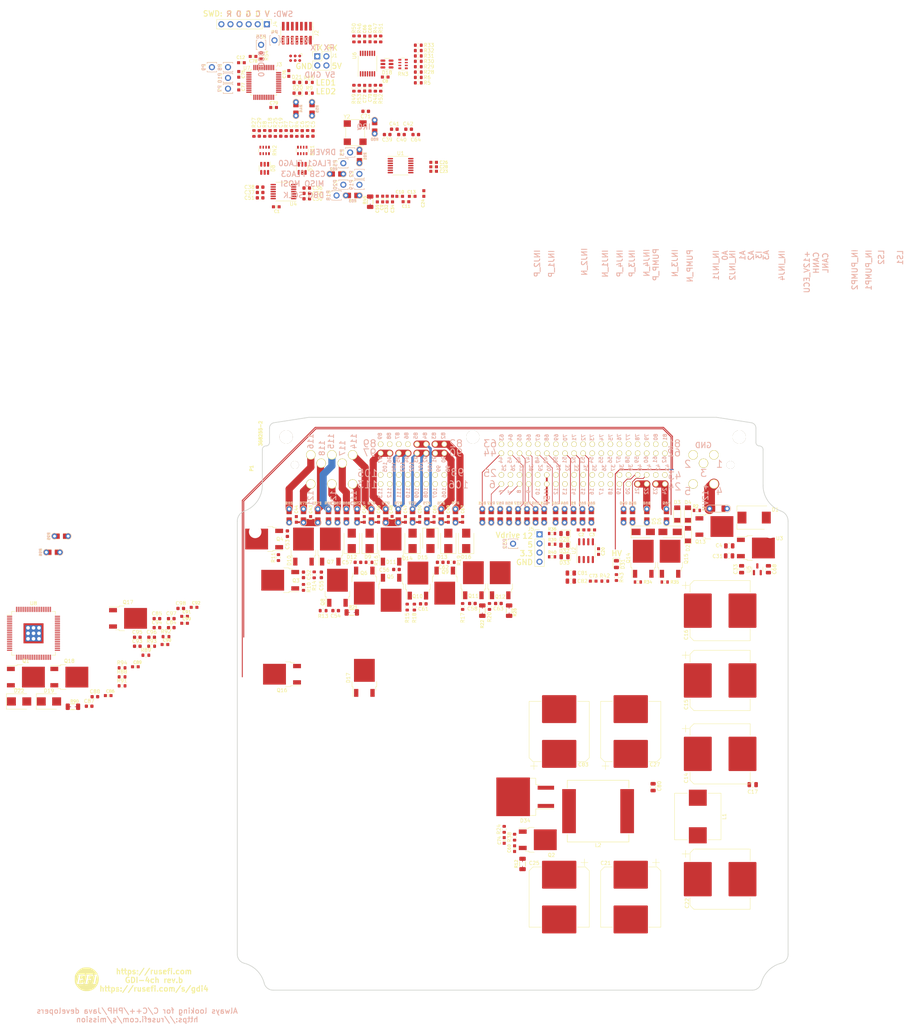
<source format=kicad_pcb>
(kicad_pcb (version 20211014) (generator pcbnew)
  (title_block (title "GDI 4ch") (date "2022-06-03") (rev "Rev. b") (company "http://rusefi.com/"))
  (layers (0 "F.Cu" signal) (1 "In1.Cu" power "GND") (2 "In2.Cu" power "PWR") (31 "B.Cu" signal) (34 "B.Paste" user) (35 "F.Paste" user) (36 "B.SilkS" user "B.Silkscreen") (37 "F.SilkS" user "F.Silkscreen") (38 "B.Mask" user) (39 "F.Mask" user) (44 "Edge.Cuts" user))
  (net 0 "")
  (net 1 "GND")
  (net 5 "/OUT_PUMP_N")
  (net 20 "/OUT_PUMP_P")
  (net 30 "+3V3")
  (net 82 "/CAN_H")
  (net 83 "/CAN_L")
  (net 84 "+BATT")
  (net 85 "/IN_INJ1")
  (net 86 "/IN_INJ2")
  (net 87 "/IN_INJ3")
  (net 88 "+5V")
  (net 89 "Net-(C32-Pad2)")
  (net 90 "Net-(C10-Pad2)")
  (net 91 "Net-(C11-Pad2)")
  (net 92 "Net-(C13-Pad2)")
  (net 93 "/IN_PUMP1")
  (net 94 "/IN_INJ4")
  (net 95 "/VCCP")
  (net 96 "Vdrive")
  (net 97 "/IN_PUMP2")
  (net 98 "Net-(C30-Pad2)")
  (net 99 "Net-(C35-Pad2)")
  (net 100 "Net-(C36-Pad2)")
  (net 101 "Net-(C37-Pad2)")
  (net 102 "Net-(C38-Pad2)")
  (net 103 "Net-(C39-Pad1)")
  (net 104 "Net-(C39-Pad2)")
  (net 105 "Net-(C40-Pad1)")
  (net 106 "Net-(C40-Pad2)")
  (net 107 "Net-(C41-Pad1)")
  (net 108 "/H1")
  (net 109 "Net-(C42-Pad1)")
  (net 110 "/H3")
  (net 111 "/L1")
  (net 112 "/L2")
  (net 113 "/L3")
  (net 114 "/L4")
  (net 115 "Net-(C51-Pad2)")
  (net 116 "Net-(C52-Pad2)")
  (net 117 "Net-(C53-Pad2)")
  (net 118 "Net-(C54-Pad2)")
  (net 119 "Net-(C55-Pad2)")
  (net 120 "Net-(C56-Pad2)")
  (net 121 "Net-(C57-Pad2)")
  (net 122 "Net-(C58-Pad2)")
  (net 123 "Net-(C59-Pad2)")
  (net 124 "Net-(C60-Pad2)")
  (net 125 "Net-(C61-Pad2)")
  (net 126 "/H5")
  (net 127 "Net-(C62-Pad2)")
  (net 128 "Net-(C63-Pad2)")
  (net 129 "Net-(C64-Pad1)")
  (net 130 "/L5")
  (net 131 "Net-(C73-Pad2)")
  (net 132 "Net-(C74-Pad2)")
  (net 133 "Net-(D1-Pad1)")
  (net 134 "Net-(D2-Pad2)")
  (net 135 "Net-(D3-Pad2)")
  (net 136 "Net-(D4-Pad2)")
  (net 137 "/OUT_LS1")
  (net 138 "/OUT_LS2")
  (net 141 "Net-(D20-Pad1)")
  (net 142 "Net-(D20-Pad2)")
  (net 143 "Net-(D21-Pad1)")
  (net 144 "/LED_GREEN")
  (net 145 "Net-(D28-Pad2)")
  (net 146 "Net-(D32-Pad2)")
  (net 147 "Net-(D33-Pad2)")
  (net 148 "Net-(P1-Pad4)")
  (net 149 "/UART_TX")
  (net 150 "/UART_RX")
  (net 153 "/SWDIO")
  (net 154 "/SWCLK")
  (net 155 "/SWO")
  (net 158 "/nRESET")
  (net 161 "Net-(P1-Pad6)")
  (net 162 "Net-(P1-Pad7)")
  (net 163 "Net-(P1-Pad8)")
  (net 164 "Net-(P1-Pad9)")
  (net 165 "Net-(P1-Pad21)")
  (net 166 "Net-(P1-Pad23)")
  (net 167 "Net-(P1-Pad40)")
  (net 168 "Net-(P1-Pad41)")
  (net 169 "Net-(P1-Pad44)")
  (net 170 "Net-(P1-Pad45)")
  (net 171 "Net-(P1-Pad46)")
  (net 172 "Net-(P1-Pad47)")
  (net 173 "Net-(P1-Pad48)")
  (net 174 "Net-(P1-Pad49)")
  (net 175 "Net-(P1-Pad51)")
  (net 176 "Net-(P1-Pad52)")
  (net 177 "Net-(P1-Pad53)")
  (net 178 "/OUT_INJ3_N")
  (net 179 "/OUT_INJ4_N")
  (net 180 "/OUT_INJ3_P")
  (net 181 "/OUT_INJ4_P")
  (net 182 "/OUT_INJ1_N")
  (net 183 "/H7")
  (net 184 "/L7")
  (net 185 "/IN_INJ5")
  (net 186 "/OUT_INJ1_P")
  (net 187 "/OUT_INJ2_N")
  (net 188 "/IN_INJ6")
  (net 189 "/OUT_INJ2_P")
  (net 190 "/CSB")
  (net 191 "/DRVEN")
  (net 192 "/RESETB")
  (net 193 "/FLAG_0")
  (net 194 "Net-(C87-Pad2)")
  (net 195 "Net-(P7-Pad1)")
  (net 196 "Net-(P8-Pad1)")
  (net 197 "Net-(P9-Pad1)")
  (net 198 "Net-(P10-Pad1)")
  (net 199 "Net-(C88-Pad2)")
  (net 200 "Net-(R44-Pad2)")
  (net 201 "Net-(R55-Pad2)")
  (net 202 "Net-(R80-Pad1)")
  (net 203 "/IRQ")
  (net 204 "Net-(R81-Pad1)")
  (net 205 "/FLAG_1")
  (net 206 "/SCLK")
  (net 207 "/MISO")
  (net 208 "/MOSI")
  (net 209 "Net-(R82-Pad1)")
  (net 210 "/FLAG_2")
  (net 211 "Net-(R83-Pad1)")
  (net 212 "/DBG")
  (net 213 "/L6")
  (net 214 "/LS1")
  (net 215 "/LS2")
  (net 216 "/IN_A0")
  (net 217 "Net-(R10-Pad1)")
  (net 218 "Net-(R11-Pad1)")
  (net 219 "Net-(R13-Pad1)")
  (net 220 "Net-(R14-Pad1)")
  (net 221 "Net-(R15-Pad1)")
  (net 222 "Net-(R16-Pad1)")
  (net 223 "Net-(R17-Pad1)")
  (net 224 "Net-(R18-Pad1)")
  (net 225 "Net-(R19-Pad1)")
  (net 226 "Net-(R20-Pad1)")
  (net 227 "Net-(R24-Pad2)")
  (net 228 "/IN_A1")
  (net 229 "/IN_A2")
  (net 230 "/IN_A3")
  (net 232 "/A0")
  (net 233 "Net-(R46-Pad2)")
  (net 234 "/A1")
  (net 235 "Net-(R47-Pad2)")
  (net 236 "/A2")
  (net 237 "Net-(R48-Pad2)")
  (net 238 "/A3")
  (net 239 "Net-(R49-Pad2)")
  (net 240 "/Boot0")
  (net 241 "Net-(C93-Pad1)")
  (net 242 "Net-(C93-Pad2)")
  (net 243 "Net-(C94-Pad2)")
  (net 244 "Net-(C95-Pad1)")
  (net 245 "/CLK")
  (net 246 "/START1")
  (net 247 "/START2")
  (net 248 "/START3")
  (net 249 "/START4")
  (net 250 "/START5")
  (net 251 "/START6")
  (net 252 "/OA_1")
  (net 253 "/OA_2")
  (net 254 "/CAN_TX")
  (net 255 "/CAN_RX")
  (net 256 "Net-(C10-Pad1)")
  (net 257 "Net-(C11-Pad1)")
  (net 258 "Net-(C13-Pad1)")
  (net 259 "Net-(C24-Pad1)")
  (net 260 "Net-(C24-Pad2)")
  (net 261 "/Vdrive_coil")
  (net 262 "/+Batt_filtered")
  (net 263 "/Vdrive_shunt")
  (net 264 "Net-(C54-Pad1)")
  (net 265 "Net-(C58-Pad1)")
  (net 266 "Net-(C63-Pad1)")
  (net 267 "Net-(C66-Pad2)")
  (net 268 "Net-(C69-Pad2)")
  (net 269 "Net-(C70-Pad2)")
  (net 270 "Net-(C72-Pad2)")
  (net 271 "Net-(D31-Pad2)")
  (net 274 "Net-(C95-Pad2)")
  (net 275 "Net-(C96-Pad2)")
  (net 276 "Net-(C97-Pad1)")
  (net 277 "Net-(C98-Pad1)")
  (net 278 "Net-(C99-Pad1)")
  (net 279 "Net-(C99-Pad2)")
  (net 280 "/OUT_INJ6_N")
  (net 281 "/OUT_INJ5_P")
  (net 282 "/OUT_INJ5_N")
  (net 283 "/OUT_INJ6_P")
  (net 284 "Net-(R91-Pad1)")
  (net 285 "Net-(R92-Pad1)")
  (net 286 "Net-(R93-Pad1)")
  (net 287 "Net-(R94-Pad1)")
  (net 288 "Net-(R95-Pad1)")
  (net 289 "/FLAG_4")
  (net 290 "Net-(R96-Pad1)")
  (net 291 "/FLAG_3")
  (net 292 "/START7")
  (net 293 "/START8")
  (net 298 "/OA_3")
  (footprint "hellen-one-common:PAD-0805-PAD" (layer "F.Cu") (at 128 53.5 -90)
    (fp_text reference "R75")
    (fp_text value "Jumper-Pad-Pad" hide)
  )
  (footprint "Diode_SMD:D_SMB" (layer "F.Cu") (at 124 60.5 90)
    (fp_text reference "D14")
    (fp_text value "STPS2H100UY")
  )
  (footprint "Capacitor_SMD:C_0603_1608Metric" (layer "F.Cu") (at 122.9 -54.475 180)
    (fp_text reference "C42")
    (fp_text value "0.33uF")
  )
  (footprint "Capacitor_SMD:C_0603_1608Metric" (layer "F.Cu") (at 81.375 -35.3)
    (fp_text reference "C51")
    (fp_text value "1000pF")
  )
  (footprint "kicad6-libraries:Shunt_1206" (layer "F.Cu") (at 151 80 -90)
    (fp_text reference "R26")
    (fp_text value "0.01" hide)
  )
  (footprint "hellen-one-common:PAD-TH" (layer "F.Cu") (at 104.65 -38.975 90)
    (fp_text reference "P20")
    (fp_text value "Pad" hide)
  )
  (footprint "hellen-one-common:PAD-0805-PAD" (layer "F.Cu") (at 103 53.5 -90)
    (fp_text reference "R87")
    (fp_text value "Jumper-Pad-Pad" hide)
  )
  (footprint "Resistor_SMD:R_0603_1608Metric" (layer "F.Cu") (at 145.5 78.825 90)
    (fp_text reference "R20")
    (fp_text value "10")
  )
  (footprint "Resistor_SMD:R_0603_1608Metric" (layer "F.Cu") (at 149.625 141.075 90)
    (fp_text reference "R24")
    (fp_text value "10")
  )
  (footprint "hellen-one-common:C0603" (layer "F.Cu") (at 152.525 146.475 90)
    (fp_text reference "C60")
    (fp_text value "330p" hide)
  )
  (footprint "hellen-one-common:PAD-0805-PAD" (layer "F.Cu") (at 105.5 53.5 -90)
    (fp_text reference "R86")
    (fp_text value "Jumper-Pad-Pad" hide)
  )
  (footprint "hellen-one-common:PAD-0805-PAD" (layer "F.Cu") (at 174 53.5 -90)
    (fp_text reference "R66")
    (fp_text value "Jumper-Pad-Pad" hide)
  )
  (footprint "Resistor_SMD:R_0603_1608Metric" (layer "F.Cu") (at 107.6 -79.6875 -90)
    (fp_text reference "R46")
    (fp_text value "6.8K")
  )
  (footprint "hellen-one-common:PAD-0805-PAD" (layer "F.Cu") (at 95.9 -60.145 90)
    (fp_text reference "R55")
    (fp_text value "DNP" hide)
  )
  (footprint "Package_TO_SOT_SMD:TO-252-2" (layer "F.Cu") (at 44.45 82.15)
    (fp_text reference "Q17")
    (fp_text value "BUK9230-100B")
  )
  (footprint "kicad6-libraries:rusefi_logo" (layer "F.Cu") (at 32.9 183)
    (fp_text reference "G1" hide)
    (fp_text value "RUSEFI_LOGO" hide)
  )
  (footprint "Diode_SMD:D_SMB" (layer "F.Cu") (at 129 60.5 -90)
    (fp_text reference "D15")
    (fp_text value "STPS2H100UY")
  )
  (footprint "hellen-one-common:C0603" (layer "F.Cu") (at 116.9 -34.975 90)
    (fp_text reference "C32")
    (fp_text value "100n" hide)
  )
  (footprint "Resistor_SMD:R_0603_1608Metric" (layer "F.Cu") (at 109.1 -65.9375 -90)
    (fp_text reference "R53")
    (fp_text value "10K")
  )
  (footprint "hellen-one-common:C0603" (layer "F.Cu") (at 176 63.5 -90)
    (fp_text reference "C20")
    (fp_text value "100n" hide)
  )
  (footprint "Resistor_SMD:R_0603_1608Metric" (layer "F.Cu") (at 125.6 -76.4375 180)
    (fp_text reference "R32")
    (fp_text value "DNP")
  )
  (footprint "Package_QFP:LQFP-48_7x7mm_P0.5mm" (layer "F.Cu") (at 82.4 -67.55)
    (fp_text reference "U7")
    (fp_text value "STM32F103C8Tx")
  )
  (footprint "hellen-one-common:C0603" (layer "F.Cu") (at 171.1 57.45 180)
    (fp_text reference "C2")
    (fp_text value "47p" hide)
  )
  (footprint "Resistor_SMD:R_0603_1608Metric" (layer "F.Cu") (at 125.6 -67.4375 180)
    (fp_text reference "R5")
    (fp_text value "DNP")
  )
  (footprint "Resistor_SMD:R_0603_1608Metric" (layer "F.Cu") (at 125.6 -70.4375 180)
    (fp_text reference "R28")
    (fp_text value "DNP")
  )
  (footprint "Capacitor_SMD:CP_Elec_16x17.5" (layer "F.Cu") (at 185 160 -90)
    (fp_text reference "C21")
    (fp_text value "390uF")
  )
  (footprint "hellen-one-common:PAD-0805-PAD" (layer "F.Cu") (at 148.5 53.5 -90)
    (fp_text reference "R67")
    (fp_text value "Jumper-Pad-Pad" hide)
  )
  (footprint "Resistor_SMD:R_0603_1608Metric" (layer "F.Cu") (at 122.5 79 90)
    (fp_text reference "R15")
    (fp_text value "10")
  )
  (footprint "hellen-one-common:PAD-0805-PAD" (layer "F.Cu") (at 189.5 53.5 -90)
    (fp_text reference "R68")
    (fp_text value "Jumper-Pad-Pad" hide)
  )
  (footprint "hellen-one-common:PAD-0805-PAD" (layer "F.Cu") (at 116.5 53.5 -90)
    (fp_text reference "R79")
    (fp_text value "Jumper-Pad-Pad" hide)
  )
  (footprint "kicad6-libraries:Shunt_1206" (layer "F.Cu") (at 29.04002 106.837928)
    (fp_text reference "R90")
    (fp_text value "0.01" hide)
  )
  (footprint "hellen-one-common:C0603" (layer "F.Cu") (at 54.770001 89.454986)
    (fp_text reference "C90")
    (fp_text value "4700p" hide)
  )
  (footprint "hellen-one-common:C0603" (layer "F.Cu") (at 174.1 57.45 180)
    (fp_text reference "C3")
    (fp_text value "47p" hide)
  )
  (footprint "Resistor_SMD:R_0603_1608Metric" (layer "F.Cu") (at 125.6 -71.9375)
    (fp_text reference "R29")
    (fp_text value "470K")
  )
  (footprint "hellen-one-common:C0603" (layer "F.Cu") (at 129.9 -42.725 180)
    (fp_text reference "C23")
    (fp_text value "100n" hide)
  )
  (footprint "Package_TO_SOT_SMD:TO-252-2" (layer "F.Cu") (at 118 62.1 90)
    (fp_text reference "D11")
    (fp_text value "SBR10200CTL")
  )
  (footprint "Resistor_SMD:R_0603_1608Metric" (layer "F.Cu") (at 113.6 -79.6875 -90)
    (fp_text reference "R47")
    (fp_text value "6.8K")
  )
  (footprint "hellen-one-common:PAD-0805-PAD" (layer "F.Cu") (at 107.245 -35.975 180)
    (fp_text reference "R83")
    (fp_text value "DNP" hide)
  )
  (footprint "Resistor_SMD:R_0603_1608Metric" (layer "F.Cu") (at 111.825 66.5 180)
    (fp_text reference "R16")
    (fp_text value "10")
  )
  (footprint "Package_TO_SOT_SMD:TO-252-2" (layer "F.Cu") (at 141 71.5 90)
    (fp_text reference "Q9")
    (fp_text value "BUK9230-100B")
  )
  (footprint "Package_TO_SOT_SMD:TO-252-2" (layer "F.Cu") (at 220 62.5)
    (fp_text reference "U3")
    (fp_text value "LM78M05_TO252")
  )
  (footprint "Oscillator:Oscillator_SMD_Diodes_FN-4Pin_7.0x5.0mm" (layer "F.Cu") (at 107.95 -53.515)
    (fp_text reference "Y2")
    (fp_text value "1MHz")
  )
  (footprint "hellen-one-common:C0603" (layer "F.Cu") (at 149.625 144.175 90)
    (fp_text reference "C74")
    (fp_text value "470p" hide)
  )
  (footprint "Package_TO_SOT_SMD:TO-252-2" (layer "F.Cu") (at 110.525 98.775 90)
    (fp_text reference "D17")
    (fp_text value "SBR10200CTL")
  )
  (footprint "Diode_SMD:D_SMB" (layer "F.Cu") (at 112 60.5 90)
    (fp_text reference "D9")
    (fp_text value "STPS2H100UY")
  )
  (footprint "Package_SO:TSSOP-14_4.4x5mm_P0.65mm" (layer "F.Cu") (at 120.65 -44.3)
    (fp_text reference "U1")
    (fp_text value "74HC14")
  )
  (footprint "Capacitor_SMD:C_0603_1608Metric" (layer "F.Cu") (at 33.57 106.69)
    (fp_text reference "C87")
    (fp_text value "1000pF")
  )
  (footprint "Inductor_SMD:L_Wuerth_HCI-1350" (layer "F.Cu") (at 203.75 137.5 -90)
    (fp_text reference "L1")
    (fp_text value "6.8uH")
  )
  (footprint "Capacitor_SMD:C_0603_1608Metric" (layer "F.Cu") (at 148 78 180)
    (fp_text reference "C63")
    (fp_text value "1000pF")
  )
  (footprint "Package_TO_SOT_SMD:SOT-23-6" (layer "F.Cu") (at 82.65 -43.55 -90)
    (fp_text reference "D8")
    (fp_text value "SRV05-4")
  )
  (footprint "Resistor_SMD:R_0603_1608Metric" (layer "F.Cu") (at 95.15 -67.55 180)
    (fp_text reference "R23")
    (fp_text value "1K")
  )
  (footprint "Capacitor_SMD:C_0603_1608Metric" (layer "F.Cu") (at 94.425 -36.55 180)
    (fp_text reference "C35")
    (fp_text value "1000pF")
  )
  (footprint "Capacitor_SMD:CP_Elec_16x17.5" (layer "F.Cu") (at 210 155)
    (fp_text reference "C22")
    (fp_text value "390uF")
  )
  (footprint "Package_TO_SOT_SMD:TO-252-2" (layer "F.Cu") (at 208.4 56.5)
    (fp_text reference "Q13")
    (fp_text value "AOD4185")
  )
  (footprint "Capacitor_SMD:C_0805_2012Metric" (layer "F.Cu") (at 191.25 129.3 90)
    (fp_text reference "C80")
    (fp_text value "0.22uF")
  )
  (footprint "Package_TO_SOT_SMD:TO-252-2" (layer "F.Cu") (at 125.5 71.6 90)
    (fp_text reference "Q10")
    (fp_text value "BUK9230-100B")
  )
  (footprint "Capacitor_SMD:C_0805_2012Metric" (layer "F.Cu") (at 219.1 128.6)
    (fp_text reference "C17")
    (fp_text value "0.22uF")
  )
  (footprint "Package_TO_SOT_SMD:TO-252-2" (layer "F.Cu") (at 93.5 62.1 90)
    (fp_text reference "D10")
    (fp_text value "SBR10200CTL")
  )
  (footprint "Capacitor_SMD:C_0805_2012Metric" (layer "F.Cu") (at 223.5 68.425 -90)
    (fp_text reference "C68")
    (fp_text value "10u")
  )
  (footprint "hellen-one-common:C0603" (layer "F.Cu") (at 116.35 -69.05)
    (fp_text reference "C8")
    (fp_text value "100n" hide)
  )
  (footprint "hellen-one-common:C0603" (layer "F.Cu") (at 60.260001 83.524986)
    (fp_text reference "C99")
    (fp_text value "330p" hide)
  )
  (footprint "hellen-one-common:PAD-0805-PAD" (layer "F.Cu") (at 113.4 -55.13 90)
    (fp_text reference "R80")
    (fp_text value "DNP" hide)
  )
  (footprint "Package_TO_SOT_SMD:SOT-23" (layer "F.Cu") (at 220.4 68.4375 90)
    (fp_text reference "U5")
    (fp_text value "XC6206P332MR")
  )
  (footprint "hellen-one-common:PAD-0805-PAD" (layer "F.Cu") (at 23.5 63.7)
    (fp_text reference "R96")
    (fp_text value "DNP" hide)
  )
  (footprint "hellen-one-common:PAD-0805-PAD" (layer "F.Cu") (at 153.5 53.5 -90)
    (fp_text reference "R37")
    (fp_text value "Jumper-Pad-Pad" hide)
  )
  (footprint "Capacitor_SMD:C_0603_1608Metric" (layer "F.Cu") (at 81.15 -53.3 -90)
    (fp_text reference "C29")
    (fp_text value "1000pF")
  )
  (footprint "hellen-one-common:PAD-TH" (layer "F.Cu") (at 72.4 -68.8 90)
    (fp_text reference "P10")
    (fp_text value "Pad" hide)
  )
  (footprint "hellen-one-common:C0603" (layer "F.Cu") (at 46.500001 95.674986)
    (fp_text reference "C89")
    (fp_text value "4700p" hide)
  )
  (footprint "Connector_PinHeader_1.27mm:PinHeader_2x07_P1.27mm_Vertical_SMD" (layer "F.Cu") (at 91.65 -81.3 -90)
    (fp_text reference "J2")
    (fp_text value "FTSH-107-01-F-DV-K")
  )
  (footprint "Diode_SMD:D_SMA" (layer "F.Cu") (at 188.5 58)
    (fp_text reference "D5")
    (fp_text value "D_Schottky")
  )
  (footprint "Capacitor_SMD:C_0603_1608Metric" (layer "F.Cu") (at 87.15 -53.3 -90)
    (fp_text reference "C19")
    (fp_text value "1000pF")
  )
  (footprint "Capacitor_SMD:C_0603_1608Metric" (layer "F.Cu") (at 59.19 79.38)
    (fp_text reference "C98")
    (fp_text value "0.33uF")
  )
  (footprint "Package_TO_SOT_SMD:TO-252-2" (layer "F.Cu") (at 188.5 65.5 90)
    (fp_text reference "Q14")
    (fp_text value "VND14NV04TR-E")
  )
  (footprint "hellen-one-common:PAD-0805-PAD" (layer "F.Cu") (at 97.5 53.5 -90)
    (fp_text reference "R71")
    (fp_text value "Jumper-Pad-Pad" hide)
  )
  (footprint "hellen-one-common:PAD-0805-PAD" (layer "F.Cu") (at 109.15 -46.88 90)
    (fp_text reference "R81")
    (fp_text value "DNP" hide)
  )
  (footprint "Resistor_SMD:R_0603_1608Metric" (layer "F.Cu") (at 107.6 -65.9375 90)
    (fp_text reference "R49")
    (fp_text value "6.8K")
  )
  (footprint "hellen-one-common:PAD-0805-PAD" (layer "F.Cu") (at 185.5 53.5 -90)
    (fp_text reference "R56")
    (fp_text value "Jumper-Pad-Pad" hide)
  )
  (footprint "Resistor_SMD:R_0603_1608Metric" (layer "F.Cu") (at 125.6 -73.4375 180)
    (fp_text reference "R30")
    (fp_text value "DNP")
  )
  (footprint "Resistor_SMD:R_0603_1608Metric" (layer "F.Cu") (at 138 78.825 90)
    (fp_text reference "R17")
    (fp_text value "10")
  )
  (footprint "Diode_SMD:D_SMC" (layer "F.Cu") (at 219.5 54)
    (fp_text reference "D1")
    (fp_text value "SMCJ22CA")
  )
  (footprint "Capacitor_SMD:C_0603_1608Metric" (layer "F.Cu") (at 140.725 78 180)
    (fp_text reference "C58")
    (fp_text value "1000pF")
  )
  (footprint "Capacitor_SMD:C_0603_1608Metric" (layer "F.Cu") (at 84.15 -53.3 -90)
    (fp_text reference "C18")
    (fp_text value "1000pF")
  )
  (footprint "hellen-one-common:R0603" (layer "F.Cu") (at 203.5 52)
    (fp_text reference "R2")
    (fp_text value "10k" hide)
  )
  (footprint "hellen-one-common:C0603" (layer "F.Cu") (at 174.5 71.75)
    (fp_text reference "C73")
    (fp_text value "330p" hide)
  )
  (footprint "Package_SO:SOIC-8_3.9x4.9mm_P1.27mm" (layer "F.Cu") (at 172.5 63.25 90)
    (fp_text reference "U2")
    (fp_text value "TJA1051T-3")
  )
  (footprint "MountingHole:MountingHole_5.5mm" (layer "F.Cu") (at 216.000001 179.5 180)
    (fp_text reference "J8" hide)
    (fp_text value "Conn_01x01")
  )
  (footprint "Resistor_SMD:R_0603_1608Metric" (layer "F.Cu") (at 99 80)
    (fp_text reference "R13")
    (fp_text value "10")
  )
  (footprint "hellen-one-common:C0603" (layer "F.Cu") (at 127.15 -36.515001 90)
    (fp_text reference "C24")
    (fp_text value "330p" hide)
  )
  (footprint "Resistor_SMD:R_0603_1608Metric" (layer "F.Cu") (at 95.15 -64.55)
    (fp_text reference "R9")
    (fp_text value "1K")
  )
  (footprint "kicad6-libraries:Shunt_1206" (layer "F.Cu") (at 143.5 80 -90)
    (fp_text reference "R22")
    (fp_text value "0.01" hide)
  )
  (footprint "Connector_PinHeader_2.54mm:PinHeader_2x02_P2.54mm_Vertical" (layer "F.Cu") (at 97.375 -74.825)
    (fp_text reference "J1")
    (fp_text value "Conn_02x02_Odd_Even")
  )
  (footprint "hellen-one-common:PAD-TH" (layer "F.Cu") (at 67.9 -71.8 90)
    (fp_text reference "P9")
    (fp_text value "Pad" hide)
  )
  (footprint "Resistor_SMD:R_0603_1608Metric" (layer "F.Cu") (at 115.1 -65.9375 -90)
    (fp_text reference "R52")
    (fp_text value "10K")
  )
  (footprint "hellen-one-common:C0603" (layer "F.Cu") (at 85.9 -32.8 180)
    (fp_text reference "C1")
    (fp_text value "100n" hide)
  )
  (footprint "Capacitor_SMD:C_0603_1608Metric" (layer "F.Cu") (at 56.54 82.23)
    (fp_text reference "C97")
    (fp_text value "0.33uF")
  )
  (footprint "Resistor_SMD:R_0603_1608Metric" (layer "F.Cu") (at 152.525 143.275 90)
    (fp_text reference "R38")
    (fp_text value "5.1")
  )
  (footprint "hellen-one-common:R0603" (layer "F.Cu") (at 163.05 61.45 180)
    (fp_text reference "R39")
    (fp_text value "1.6k" hide)
  )
  (footprint "hellen-one-common:PAD-TH" (layer "F.Cu") (at 102.75 -35.975 90)
    (fp_text reference "P18")
    (fp_text value "Pad" hide)
  )
  (footprint "Diode_SMD:D_SMA" (layer "F.Cu") (at 196 58 180)
    (fp_text reference "D6")
    (fp_text value "D_Schottky")
  )
  (footprint "Capacitor_SMD:C_0805_2012Metric" (layer "F.Cu") (at 212.5 64.7)
    (fp_text reference "C31")
    (fp_text value "10u")
  )
  (footprint "hellen-one-common:C0603" (layer "F.Cu") (at 38.900001 103.724986)
    (fp_text reference "C86")
    (fp_text value "100n" hide)
  )
  (footprint "hellen-one-common:C0603" (layer "F.Cu") (at 62.910001 79.074986)
    (fp_text reference "C92")
    (fp_text value "4700p" hide)
  )
  (footprint "hellen-one-common:PAD-0805-PAD" (layer "F.Cu") (at 136 53.5 -90)
    (fp_text reference "R74")
    (fp_text value "Jumper-Pad-Pad" hide)
  )
  (footprint "hellen-one-common:C0603" (layer "F.Cu") (at 138 54.5 -90)
    (fp_text reference "C67")
    (fp_text value "4700p" hide)
  )
  (footprint "Connector:Tag-Connect_TC2030-IDC-NL_2x03_P1.27mm_Vertical" (layer "F.Cu") (at 91.18 -74.3 180)
    (fp_text reference "J3")
    (fp_text value "TC2030")
  )
  (footprint "hellen-one-common:C0603" (layer "F.Cu") (at 122 54.5 -90)
    (fp_text reference "C47")
    (fp_text value "4700p" hide)
  )
  (footprint "Package_SO:TSSOP-14_4.4x5mm_P0.65mm" (layer "F.Cu") (at 111.4 -72.8 90)
    (fp_text reference "U6")
    (fp_text value "MCP6004")
  )
  (footprint "Package_TO_SOT_SMD:TO-263-2" (layer "F.Cu") (at 155.5 132 180)
    (fp_text reference "D34")
    (fp_text value "SDURB1020CT")
  )
  (footprint "hellen-one-common:C0603" (layer "F.Cu") (at 76.15 -73.05 180)
    (fp_text reference "C12")
    (fp_text value "4.7u" hide)
  )
  (footprint "Capacitor_SMD:C_0603_1608Metric" (layer "F.Cu") (at 89 58.5 -90)
    (fp_text reference "C53")
    (fp_text value "1000pF")
  )
  (footprint "Resistor_SMD:R_0603_1608Metric" (layer "F.Cu") (at 94.65 -53.3 -90)
    (fp_text reference "R3")
    (fp_text value "1K")
  )
  (footprint "hellen-one-common:C0603" (layer "F.Cu") (at 89.4 -70.05 90)
    (fp_text reference "C76")
    (fp_text value "100n" hide)
  )
  (footprint "hellen-one-common:C0603" (layer "F.Cu") (at 75.4 -69.8 90)
    (fp_text reference "C75")
    (fp_text value "100n" hide)
  )
  (footprint "hellen-one-common:PAD-0805-PAD" (layer "F.Cu") (at 143.5 53.5 -90)
    (fp_text reference "R61")
    (fp_text value "Jumper-Pad-Pad" hide)
  )
  (footprint "hellen-one-common:C0603" (layer "F.Cu") (at 118.275 54.450021 -90)
    (fp_text reference "C48")
    (fp_text value "4700p" hide)
  )
  (footprint "Resistor_SMD:R_0603_1608Metric" (layer "F.Cu") (at 42.78 95.98)
    (fp_text reference "R94")
    (fp_text value "10")
  )
  (footprint "Diode_SMD:D_SMB" (layer "F.Cu") (at 13.99 105.36)
    (fp_text reference "D22")
    (fp_text value "STPS2H100UY")
  )
  (footprint "Capacitor_SMD:C_0805_2012Metric" (layer "F.Cu") (at 168.25 69.5)
    (fp_text reference "C81")
    (fp_text value "0.22uF")
  )
  (footprint "Resistor_SMD:R_0603_1608Metric" (layer "F.Cu") (at 51.05 89.94)
    (fp_text reference "R93")
    (fp_text value "10")
  )
  (footprint "hellen-one-common:C0603" (layer "F.Cu") (at 112.1 -79.6875 -90)
    (fp_text reference "C69")
    (fp_text value "100n" hide)
  )
  (footprint "hellen-one-common:C0603" (layer "F.Cu") (at 110.6 -65.9375 90)
    (fp_text reference "C72")
    (fp_text value "100n" hide)
  )
  (footprint "hellen-one-common:PAD-0805-PAD" (layer "F.Cu") (at 124 53.5 -90)
    (fp_text reference "R77")
    (fp_text value "Jumper-Pad-Pad" hide)
  )
  (footprint "hellen-one-common:PAD-0805-PAD" (layer "F.Cu") (at 160.8 53.5 -90)
    (fp_text reference "R41")
    (fp_text value "Jumper-Pad-Pad" hide)
  )
  (footprint "hellen-one-common:PAD-TH" (layer "F.Cu") (at 72.4 -65.8 90)
    (fp_text reference "P7")
    (fp_text value "Pad" hide)
  )
  (footprint "hellen-one-common:PAD-TH" (layer "F.Cu") (at 109.15 -41.975 90)
    (fp_text reference "P2")
    (fp_text value "Pad" hide)
  )
  (footprint "hellen-one-common:C0603" (layer "F.Cu") (at 75.4 -66.25 -90)
    (fp_text reference "C77")
    (fp_text value "100n" hide)
  )
  (footprint "Resistor_SMD:R_0603_1608Metric" (layer "F.Cu") (at 82.65 -53.3 -90)
    (fp_text reference "R8")
    (fp_text value "1K")
  )
  (footprint "Resistor_SMD:R_0603_1608Metric" (layer "F.Cu") (at 109.1 -79.6875 90)
    (fp_text reference "R50")
    (fp_text value "10K")
  )
  (footprint "Resistor_SMD:R_0603_1608Metric" (layer "F.Cu") (at 96.5 70 90)
    (fp_text reference "R14")
    (fp_text value "10")
  )
  (footprint "Resistor_SMD:R_0603_1608Metric" (layer "F.Cu") (at 79.65 -53.3 -90)
    (fp_text reference "R27")
    (fp_text value "1K")
  )
  (footprint "MountingHole:MountingHole_5.5mm" (layer "F.Cu") (at 88.000001 179.5 180)
    (fp_text reference "J9" hide)
    (fp_text value "Conn_01x01")
  )
  (footprint "hellen-one-common:C0603" (layer "F.Cu") (at 129.9 -45.225 180)
    (fp_text reference "C26")
    (fp_text value "4.7u" hide)
  )
  (footprint "hellen-one-common:C0603" (layer "F.Cu") (at 118.4 -34.975 90)
    (fp_text reference "C34")
    (fp_text value "100n" hide)
  )
  (footprint "Resistor_SMD:R_0603_1608Metric" (layer "F.Cu") (at 125.6 -74.9375)
    (fp_text reference "R31")
    (fp_text value "470K")
  )
  (footprint "Diode_SMD:D_SMB" (layer "F.Cu") (at 139 60.5 90)
    (fp_text reference "D16")
    (fp_text value "STPS2H100UY")
  )
  (footprint "Resistor_SMD:R_0603_1608Metric" (layer "F.Cu") (at 85.65 -53.3 -90)
    (fp_text reference "R25")
    (fp_text value "1K")
  )
  (footprint "hellen-one-common:C0603" (layer "F.Cu") (at 122.15 -34.225)
    (fp_text reference "C11")
    (fp_text value "330p" hide)
  )
  (footprint "hellen-one-common:C0603" (layer "F.Cu") (at 126 54.5 -90)
    (fp_text reference "C50")
    (fp_text value "4700p" hide)
  )
  (footprint "Package_TO_SOT_SMD:TO-252-2" (layer "F.Cu") (at 118 75 -90)
    (fp_text reference "Q5")
    (fp_text value "BUK9230-100B")
  )
  (footprint "Resistor_SMD:R_0603_1608Metric" (layer "F.Cu") (at 42.78 101)
    (fp_text reference "R91")
    (fp_text value "10")
  )
  (footprint "hellen-one-common:C0603" (layer "F.Cu") (at 120.4 -35.725)
    (fp_text reference "C10")
    (fp_text value "330p" hide)
  )
  (footprint "hellen-one-common:PAD-TH" (layer "F.Cu") (at 152.1 61.3 90)
    (fp_text reference "P32")
    (fp_text value "Pad" hide)
  )
  (footprint "Capacitor_SMD:C_0805_2012Metric" (layer "F.Cu") (at 212.55 61.9)
    (fp_text reference "C4")
    (fp_text value "10u")
  )
  (footprint "Diode_SMD:D_MiniMELF" (layer "F.Cu") (at 198 53 90)
    (fp_text reference "D3")
    (fp_text value "ZMM5V6")
  )
  (footprint "kicad6-libraries:TE_368255-2" (layer "F.Cu") (at 95.492001 44.622)
    (fp_text reference "P1")
    (fp_text value "368255-2")
  )
  (footprint "Capacitor_SMD:C_0603_1608Metric" (layer "F.Cu") (at 131.725 66.5)
    (fp_text reference "C62")
    (fp_text value "1000pF")
  )
  (footprint "Package_TO_SOT_SMD:TO-252-2" (layer "F.Cu") (at 196 65.5 90)
    (fp_text reference "Q15")
    (fp_text value "VND14NV04TR-E")
  )
  (footprint "Resistor_SMD:R_0603_1608Metric" (layer "F.Cu") (at 134.825 66.5 180)
    (fp_text reference "R19")
    (fp_text value "10")
  )
  (footprint "hellen-one-common:C0603" (layer "F.Cu") (at 95.5 54.5 -90)
    (fp_text reference "C43")
    (fp_text value "4700p" hide)
  )
  (footprint "hellen-one-common:C0603" (layer "F.Cu") (at 112.1 -65.9375 90)
    (fp_text reference "C70")
    (fp_text value "100n" hide)
  )
  (footprint "LED_SMD:LED_0603_1608Metric" (layer "F.Cu") (at 91.65 -67.55 180)
    (fp_text reference "D21")
    (fp_text value "GREEN")
  )
  (footprint "Resistor_SMD:R_0603_1608Metric" (layer "F.Cu") (at 55.06 87.25)
    (fp_text reference "R92")
    (fp_text value "10")
  )
  (footprint "hellen-one-common:PAD-0805-PAD" (layer "F.Cu") (at 102.745 -41.975 180)
    (fp_text reference "R82")
    (fp_text value "DNP" hide)
  )
  (footprint "Capacitor_SMD:CP_Elec_16x17.5" (layer "F.Cu") (at 165 113.75 90)
    (fp_text reference "C83")
    (fp_text value "390uF")
  )
  (footprint "hellen-one-common:PAD-0805-PAD" (layer "F.Cu") (at 132 53.5 -90)
    (fp_text reference "R76")
    (fp_text value "Jumper-Pad-Pad" hide)
  )
  (footprint "Resistor_SMD:R_0603_1608Metric" (layer "F.Cu") (at 49.44 92.45)
    (fp_text reference "R89")
    (fp_text value "1K")
  )
  (footprint "Resistor_SMD:R_0603_1608Metric" (layer "F.Cu") (at 181 70.75 -90)
    (fp_text reference "R43")
    (fp_text value "75K")
  )
  (footprint "hellen-one-common:PAD-0805-PAD" (layer "F.Cu") (at 108.5 53.5 -90)
    (fp_text reference "R72")
    (fp_text value "Jumper-Pad-Pad" hide)
  )
  (footprint "LED_SMD:LED_0805_2012Metric" (layer "F.Cu") (at 181 67 -90)
    (fp_text reference "D31")
    (fp_text value "LED_Small")
  )
  (footprint "hellen-one-common:PAD-0805-PAD" (layer "F.Cu") (at 164 53.5 -90)
    (fp_text reference "R62")
    (fp_text value "Jumper-Pad-Pad" hide)
  )
  (footprint "hellen-one-common:PAD-TH" (layer "F.Cu") (at 104.65 -44.975 90)
    (fp_text reference "P5")
    (fp_text value "Pad" hide)
  )
  (footprint "Package_TO_SOT_SMD:SOT-23-6" (layer "F.Cu") (at 116.85 -72.6875 180)
    (fp_text reference "D18")
    (fp_text value "SRV05-4")
  )
  (footprint "Resistor_SMD:R_Array_Convex_4x0603" (layer "F.Cu") (at 121.35 -72.6875 180)
    (fp_text reference "RN3")
    (fp_text value "10k")
  )
  (footprint "Capacitor_SMD:C_0603_1608Metric" (layer "F.Cu") (at 94.425 -38.05 180)
    (fp_text reference "C36")
    (fp_text value "1000pF")
  )
  (footprint "hellen-one-common:PAD-0805-PAD" (layer "F.Cu") (at 100.5 53.5 -90)
    (fp_text reference "R84")
    (fp_text value "Jumper-Pad-Pad" hide)
  )
  (footprint "Package_TO_SOT_SMD:TO-252-2" (layer "F.Cu") (at 148.5 71.5 90)
    (fp_text reference "Q12")
    (fp_text value "BUK9230-100B")
  )
  (footprint "LED_SMD:LED_0805_2012Metric" (layer "F.Cu") (at 166.5 64.95 180)
    (fp_text reference "D33")
    (fp_text value "LED_Small")
  )
  (footprint "hellen-one-common:PAD-0805-PAD" (layer "F.Cu") (at 120 53.5 -90)
    (fp_text reference "R78")
    (fp_text value "Jumper-Pad-Pad" hide)
  )
  (footprint "Capacitor_SMD:C_0603_1608Metric" (layer "F.Cu") (at 118.9 -54.475 180)
    (fp_text reference "C41")
    (fp_text value "0.33uF")
  )
  (footprint "hellen-one-common:C0603" (layer "F.Cu") (at 114.15 -34.975 90)
    (fp_text reference "C59")
    (fp_text value "100n" hide)
  )
  (footprint "hellen-one-common:PAD-0805-PAD" (layer "F.Cu") (at 169 53.5 -90)
    (fp_text reference "R1")
    (fp_text value "DNP" hide)
  )
  (footprint "Capacitor_SMD:C_0603_1608Metric" (layer "F.Cu") (at 110.9 -59.475 180)
    (fp_text reference "C71")
    (fp_text value "1000pF")
  )
  (footprint "hellen-one-common:C0603" (layer "F.Cu") (at 110.6 -79.6875 -90)
    (fp_text reference "C66")
    (fp_text value "100n" hide)
  )
  (footprint "Resistor_SMD:R_0603_1608Metric" (layer "F.Cu") (at 91.65 -53.3 -90)
    (fp_text reference "R4")
    (fp_text value "1K")
  )
  (footprint "kicad6-libraries:LQFP-80-1EP_12x12mm_P0.5mm" (layer "F.Cu") (at 18.02 86.33)
    (fp_text reference "U8")
    (fp_text value "PT2000")
  )
  (footprint "hellen-one-common:PAD-0805-PAD" (layer "F.Cu") (at 158.4 53.5 -90)
    (fp_text reference "R59")
    (fp_text value "Jumper-Pad-Pad" hide)
  )
  (footprint "Inductor_SMD:L_Vishay_IHLP-6767" (layer "F.Cu") (at 175.8775 136 180)
    (fp_text reference "L2")
    (fp_text value "10uH")
  )
  (footprint "hellen-one-common:PAD-TH" (layer "F.Cu") (at 109.15 -38.975 90)
    (fp_text reference "P19")
    (fp_text value "Pad" hide)
  )
  (footprint "hellen-one-common:PAD-0805-PAD" (layer "F.Cu") (at 112.5 53.5 -90)
    (fp_text reference "R70")
    (fp_text value "Jumper-Pad-Pad" hide)
  )
  (footprint "Capacitor_SMD:CP_Elec_16x17.5" (layer "F.Cu") (at 185 113.75 90)
    (fp_text reference "C27")
    (fp_text value "390uF")
  )
  (footprint "Package_TO_SOT_SMD:TO-252-2" (layer "F.Cu") (at 87 71.5 180)
    (fp_text reference "Q3")
    (fp_text value "BUK9230-100B")
  )
  (footprint "Resistor_SMD:R_0603_1608Metric" (layer "F.Cu") (at 113.6 -65.9375 90)
    (fp_text reference "R48")
    (fp_text value "6.8K")
  )
  (footprint "Package_TO_SOT_SMD:SOT-23-6" (layer "F.Cu") (at 93.15 -43.55 -90)
    (fp_text reference "D7")
    (fp_text value "SRV05-4")
  )
  (footprint "Resistor_SMD:R_0603_1608Metric" (layer "F.Cu") (at 124.5 79 90)
    (fp_text reference "R18")
    (fp_text value "10")
  )
  (footprint "hellen-one-common:C0603" (layer "F.Cu") (at 123.9 -35.725)
    (fp_text reference "C13")
    (fp_text value "330p" hide)
  )
  (footprint "hellen-one-common:C0603" (layer "F.Cu") (at 115.65 -34.975 90)
    (fp_text reference "C9")
    (fp_text value "1u" hide)
  )
  (footprint "Capacitor_SMD:C_0603_1608Metric" (layer "F.Cu") (at 93.15 -53.3 -90)
    (fp_text reference "C6")
    (fp_text value "1000pF")
  )
  (footprint "Resistor_SMD:R_0603_1608Metric" (layer "F.Cu") (at 42.78 98.49)
    (fp_text reference "R88")
    (fp_text value "1K")
  )
  (footprint "hellen-one-common:PAD-0805-PAD" (layer "F.Cu") (at 183 53.5 -90)
    (fp_text reference "R60")
    (fp_text value "DNP" hide)
  )
  (footprint "Diode_SMD:D_SMB" (layer "F.Cu") (at 107 60.5 90)
    (fp_text reference "D12")
    (fp_text value "STPS2H100UY")
  )
  (footprint "Package_TO_SOT_SMD:TO-252-2" (layer "F.Cu") (at 103 73.6 90)
    (fp_text reference "Q8")
    (fp_text value "BUK9230-100B")
  )
  (footprint "Diode_SMD:D_MiniMELF" (layer "F.Cu") (at 201 53 90)
    (fp_text reference "D4")
    (fp_text value "ZMM5V6")
  )
  (footprint "hellen-one-common:R0603" (layer "F.Cu") (at 163 64.95 180)
    (fp_text reference "R40")
    (fp_text value "750" hide)
  )
  (footprint "Capacitor_SMD:C_0603_1608Metric" (layer "F.Cu") (at 35.18 104.03)
    (fp_text reference "C88")
    (fp_text value "1000pF")
  )
  (footprint "LED_SMD:LED_0805_2012Metric" (layer "F.Cu") (at 166.4375 61.7 180)
    (fp_text reference "D32")
    (fp_text value "LED_Small")
  )
  (footprint "Resistor_SMD:R_0603_1608Metric" (layer "F.Cu") (at 125.6 -77.9375)
    (fp_text reference "R33")
    (fp_text value "470K")
  )
  (footprint "Package_TO_SOT_SMD:TO-252-2" (layer "F.Cu") (at 87.5 97.75 180)
    (fp_text reference "Q16")
    (fp_text value "BUK9230-100B")
  )
  (footprint "kicad6-libraries:Shunt_1206" (layer "F.Cu") (at 154.75 150.75 -90)
    (fp_text reference "R12")
    (fp_text value "0.01" hide)
  )
  (footprint "Capacitor_SMD:C_0603_1608Metric" (layer "F.Cu") (at 52.53 84.74)
    (fp_text reference "C94")
    (fp_text value "1000pF")
  )
  (footprint "Capacitor_SMD:CP_Elec_16x17.5" (layer "F.Cu") (at 210 99.5)
    (fp_text reference "C15")
    (fp_text value "390uF")
  )
  (footprint "Capacitor_SMD:CP_Elec_16x17.5" (layer "F.Cu") (at 165 160 -90)
    (fp_text reference "C25")
    (fp_text value "390uF")
  )
  (footprint "Capacitor_SMD:C_0603_1608Metric" (layer "F.Cu") (at 81.375 -38.3)
    (fp_text reference "C38")
    (fp_text value "1000pF")
  )
  (footprint "MountingHole:MountingHole_4.5mm" (layer "F.Cu") (at 152.000001 111 180)
    (fp_text reference "J10" hide)
    (fp_text value "Conn_01x01")
  )
  (footprint "hellen-one-common:C0603" (layer "F.Cu") (at 85.15 -60.55)
    (fp_text reference "C79")
    (fp_text value "100n" hide)
  )
  (footprint "kicad6-libraries:Shunt_1206" (layer "F.Cu") (at 112.15 -34.225 90)
    (fp_text reference "R45")
    (fp_text value "0.01" hide)
  )
  (footprint "hellen-one-common:PAD-0805-PAD" (layer "F.Cu") (at 156 53.5 -90)
    (fp_text reference "R63")
    (fp_text value "Jumper-Pad-Pad" hide)
  )
  (footprint "hellen-one-common:C0603" (layer "F.Cu") (at 130 54.5 -90)
    (fp_text reference "C65")
    (fp_text value "4700p" hide)
  )
  (footprint "hellen-one-common:PAD-0805-PAD" (layer "F.Cu") (at 195 53.5 -90)
    (fp_text reference "R69")
    (fp_text value "Jumper-Pad-Pad" hide)
  )
  (footprint "hellen-one-common:PAD-1206-PAD" (layer "F.Cu") (at 209.5 51.5)
    (fp_text reference "F1")
    (fp_text value "Fuse-Pad-Pad" hide)
  )
  (footprint "Capacitor_SMD:C_0805_2012Metric" (layer "F.Cu") (at 168.25 71.75)
    (fp_text reference "C82")
    (fp_text value "0.22uF")
  )
  (footprint "hellen-one-common:C0603" (layer "F.Cu") (at 129.9 -43.975 180)
    (fp_text reference "C28")
    (fp_text value "100n" hide)
  )
  (footprint "Capacitor_SMD:C_0603_1608Metric" (layer "F.Cu") (at 90.15 -53.3 -90)
    (fp_text reference "C7")
    (fp_text value "1000pF")
  )
  (footprint "Capacitor_SMD:C_0603_1608Metric" (layer "F.Cu") (at 96.15 -53.3 -90)
    (fp_text reference "C5")
    (fp_text value "1000pF")
  )
  (footprint "Capacitor_SMD:C_0603_1608Metric" (layer "F.Cu") (at 47.04 87.43)
    (fp_text reference "C95")
    (fp_text value "1000pF")
  )
  (footprint "Resistor_SMD:R_0603_1608Metric" (layer "F.Cu") (at 88.65 -53.3 -90)
    (fp_text reference "R7")
    (fp_text value "1K")
  )
  (footprint "Capacitor_SMD:C_0603_1608Metric" (layer "F.Cu") (at 102.5 80 180)
    (fp_text reference "C54")
    (fp_text value "1000pF")
  )
  (footprint "Capacitor_SMD:C_0603_1608Metric" (layer "F.Cu") (at 127 78.1 180)
    (fp_text reference "C61")
    (fp_text value "1000pF")
  )
  (footprint "Capacitor_SMD:C_0603_1608Metric" (layer "F.Cu") (at 119.5 68.5)
    (fp_text reference "C56")
    (fp_text value "1000pF")
  )
  (footprint "Package_TO_SOT_SMD:TO-252-2" (layer "F.Cu") (at 15.89 98.56)
    (fp_text reference "Q1")
    (fp_text value "BUK9230-100B")
  )
  (footprint "Capacitor_SMD:C_0603_1608Metric" (layer "F.Cu") (at 47.04 89.94)
    (fp_text reference "C93")
    (fp_text value "1000pF")
  )
  (footprint "hellen-one-common:PAD-0805-PAD" (layer "F.Cu") (at 166.5 53.5 -90)
    (fp_text reference "R64")
    (fp_text value "Jumper-Pad-Pad" hide)
  )
  (footprint "hellen-one-common:R0603" (layer "F.Cu") (at 163 58.45 180)
    (fp_text reference "R36")
    (fp_text value "5.1k" hide)
  )
  (footprint "hellen-one-common:C0603" (layer "F.Cu") (at 91.5 54.5 -90)
    (fp_text reference "C44")
    (fp_text value "4700p" hide)
  )
  (footprint "Resistor_SMD:R_0603_1608Metric" (layer "F.Cu") (at 86.5 65.175 90)
    (fp_text reference "R11")
    (fp_text value "10")
  )
  (footprint "hellen-one-common:PAD-TH" (layer "F.Cu") (at 106.55 -47.975 90)
    (fp_text reference "P3")
    (fp_text value "Pad" hide)
  )
  (footprint "Resistor_SMD:R_Array_Convex_4x0603" (layer "F.Cu") (at 82.65 -48.55 -90)
    (fp_text reference "RN2")
    (fp_text value "10k")
  )
  (footprint "Capacitor_SMD:C_0603_1608Metric" (layer "F.Cu") (at 124.9 -52.975 180)
    (fp_text reference "C64")
    (fp_text value "0.33uF")
  )
  (footprint "LED_SMD:LED_0603_1608Metric" (layer "F.Cu") (at 91.65 -64.55 180)
    (fp_text reference "D20")
    (fp_text value "BLUE")
  )
  (footprint "hellen-one-common:PAD-0805-PAD" (layer "F.Cu") (at 25.8 59.2)
    (fp_text reference "R95")
    (fp_text value "DNP" hide)
  )
  (footprint "Connector_PinHeader_2.54mm:PinHeader_1x06_P2.54mm_Vertical" (layer "F.Cu") (at 83.25 -83.8 -90)
    (fp_text reference "J4")
    (fp_text value "Conn_01x06")
  )
  (footprint "Resistor_SMD:R_0603_1608Metric" (layer "F.Cu") (at 93.5 73.5 90)
    (fp_text reference "R10")
    (fp_text value "10")
  )
  (footprint "hellen-one-common:C0603" (layer "F.Cu") (at 110.5 54.5 -90)
    (fp_text reference "C46")
    (fp_text value "4700p" hide)
  )
  (footprint "hellen-one-common:PAD-0805-PAD" (layer "F.Cu") (at 91.4 -60.145 90)
    (fp_text reference "R44")
    (fp_text value "DNP" hide)
  )
  (footprint "Capacitor_SMD:CP_Elec_16x17.5" (layer "F.Cu") (at 210 80)
    (fp_text reference "C16")
    (fp_text value "390uF")
  )
  (footprint "Diode_SMD:D_MiniMELF" (layer "F.Cu") (at 201 58.75 90)
    (fp_text reference "D2")
    (fp_text value "ZMM5V6")
  )
  (footprint "hellen-one-common:PAD-TH" (layer "F.Cu") (at 81.65 -78.05)
    (fp_text reference "P36")
    (fp_text value "Pad" hide)
  )
  (footprint "hellen-one-common:C0603" (layer "F.Cu") (at 114.5 54.5 -90)
    (fp_text reference "C45")
    (fp_text value "4700p" hide)
  )
  (footprint "Diode_SMD:D_SMB" (layer "F.Cu") (at 22.34 105.36)
    (fp_text reference "D19")
    (fp_text value "STPS2H100UY")
  )
  (footprint "hellen-one-common:PAD-0805-PAD" (layer "F.Cu") (at 93.5 53.5 -90)
    (fp_text reference "R73")
    (fp_text value "Jumper-Pad-Pad" hide)
  )
  (footprint "Capacitor_SMD:C_0603_1608Metric" (layer "F.Cu") (at 56.54 84.74)
    (fp_text reference "C84")
    (fp_text value "1000pF")
  )
  (footprint "Package_TO_SOT_SMD:TO-252-2" (layer "F.Cu") (at 159 144)
    (fp_text reference "Q2")
    (fp_text value "BUK9230-100B")
  )
  (footprint "Package_SO:TSSOP-14_4.4x5mm_P0.65mm" (layer "F.Cu") (at 87.9 -37.05 180)
    (fp_text reference "U4")
    (fp_text value "74HC14")
  )
  (footprint "Package_TO_SOT_SMD:TO-252-2" (layer "F.Cu") (at 82.5 60 180)
    (fp_text reference "Q4")
    (fp_text value "BUK9230-100B")
  )
  (footprint "hellen-one-common:PAD-0805-PAD" (layer "F.Cu") (at 89.5 53.5 -90)
    (fp_text reference "R85")
    (fp_text value "Jumper-Pad-Pad" hide)
  )
  (footprint "hellen-one-common:R0603" (layer "F.Cu") (at 187 72 180)
    (fp_text reference "R34")
    (fp_text value "10k" hide)
  )
  (footprint "Capacitor_SMD:C_0603_1608Metric" (layer "F.Cu") (at 108.725 66.5)
    (fp_text reference "C57")
    (fp_text value "1000pF")
  )
  (footprint "Capacitor_SMD:C_0603_1608Metric" (layer "F.Cu") (at 94.425 -35.05 180)
    (fp_text reference "C30")
    (fp_text value "1000pF")
  )
  (footprint "Capacitor_SMD:C_0603_1608Metric" (layer "F.Cu") (at 93.5 70 -90)
    (fp_text reference "C52")
    (fp_text value "1000pF")
  )
  (footprint "hellen-one-common:R0603" (layer "F.Cu") (at 194.5 72 180)
    (fp_text reference "R35")
    (fp_text value "10k" hide)
  )
  (footprint "Connector_PinHeader_2.54mm:PinHeader_1x04_P2.54mm_Vertical" (layer "F.Cu") (at 159.5 58.7)
    (fp_text reference "J5")
    (fp_text value "Conn_01x04")
  )
  (footprint "Capacitor_SMD:C_0603_1608Metric" (layer "F.Cu") (at 52.53 82.23)
    (fp_text reference "C85")
    (fp_text value "1000pF")
  )
  (footprint "hellen-one-common:PAD-0805-PAD" (layer "F.Cu") (at 146 53.5 -90)
    (fp_text reference "R57")
    (fp_text value "Jumper-Pad-Pad" hide)
  )
  (footprint "Package_TO_SOT_SMD:TO-252-2" (layer "F.Cu") (at 110.5 73 -90)
    (fp_text reference "Q6")
    (fp_text value "BUK9230-100B")
  )
  (footprint "MountingHole:MountingHole_3.5mm" (layer "F.Cu") (at 224.000001 58 180)
    (fp_text reference "J7" hide)
    (fp_text value "Conn_01x01")
  )
  (footprint "hellen-one-common:PAD-TH" (layer "F.Cu") (at 72.4 -71.8 90)
    (fp_text reference "P8")
    (fp_text value "Pad" hide)
  )
  (footprint "Resistor_SMD:R_0603_1608Metric" (layer "F.Cu") (at 81.65 -75.05 90)
    (fp_text reference "R54")
    (fp_text value "10K")
  )
  (footprint "Package_TO_SOT_SMD:TO-252-2" (layer "F.Cu") (at 101 62.1 90)
    (fp_text reference "Q7")
    (fp_text value "BUK9230-100B")
  )
  (footprint "hellen-one-common:PAD-0805-PAD" (layer "F.Cu") (at 151 53.5 -90)
    (fp_text reference "R58")
    (fp_text value "Jumper-Pad-Pad" hide)
  )
  (footprint "Capacitor_SMD:C_0603_1608Metric" (layer "F.Cu") (at 51.05 87.43)
    (fp_text reference "C96")
    (fp_text value "1000pF")
  )
  (footprint "Capacitor_SMD:C_0603_1608Metric" (layer "F.Cu") (at 98.5 70 90)
    (fp_text reference "C55")
    (fp_text value "1000pF")
  )
  (footprint "Package_TO_SOT_SMD:TO-252-2" (layer "F.Cu") (at 28.04 98.56)
    (fp_text reference "Q18")
    (fp_text value "BUK9230-100B")
  )
  (footprint "hellen-one-common:C0603" (layer "F.Cu") (at 79.4 -74.8 180)
    (fp_text reference "C78")
    (fp_text value "100n" hide)
  )
  (footprint "hellen-one-common:C0603" (layer "F.Cu") (at 60.260001 81.584986)
    (fp_text reference "C91")
    (fp_text value "4700p" hide)
  )
  (footprint "hellen-one-common:PAD-TH" (layer "F.Cu") (at 85.4 -79.3)
    (fp_text reference "P4")
    (fp_text value "Pad" hide)
  )
  (footprint "Capacitor_SMD:C_0603_1608Metric" (layer "F.Cu") (at 120.9 -52.975 180)
    (fp_text reference "C40")
    (fp_text value "0.33uF")
  )
  (footprint "kicad6-libraries:Shunt_1206" (layer "F.Cu") (at 107 80.5)
    (fp_text reference "R21")
    (fp_text value "0.01" hide)
  )
  (footprint "hellen-one-common:PAD-0805-PAD" (layer "F.Cu") (at 171.5 53.5 -90)
    (fp_text reference "R65")
    (fp_text value "Jumper-Pad-Pad" hide)
  )
  (footprint "Capacitor_SMD:C_0603_1608Metric" (layer "F.Cu") (at 116.9 -52.975 180)
    (fp_text reference "C39")
    (fp_text value "0.33uF")
  )
  (footprint "LED_SMD:LED_0805_2012Metric" (layer "F.Cu") (at 166.4375 58.45 180)
    (fp_text reference "D28")
    (fp_text value "LED_Small")
  )
  (footprint "Package_TO_SOT_SMD:TO-252-2" (layer "F.Cu") (at 133 73 -90)
    (fp_text reference "Q11")
    (fp_text value "BUK9230-100B")
  )
  (footprint "hellen-one-common:C0603" (layer "F.Cu") (at 134 54.5 -90)
    (fp_text reference "C49")
    (fp_text value "4700p" hide)
  )
  (footprint "Resistor_SMD:R_0603_1608Metric" (layer "F.Cu") (at 177.75 71.75)
    (fp_text reference "R42")
    (fp_text value "5.1")
  )
  (footprint "Resistor_SMD:R_Array_Convex_4x0603" (layer "F.Cu") (at 93.15 -48.55 -90)
    (fp_text reference "RN1")
    (fp_text value "10k")
  )
  (footprint "Capacitor_SMD:C_0603_1608Metric" (layer "F.Cu") (at 81.375 -36.8)
    (fp_text reference "C37")
    (fp_text value "1000pF")
  )
  (footprint "Capacitor_SMD:CP_Elec_16x17.5" (layer "F.Cu") (at 210 120)
    (fp_text reference "C14")
    (fp_text value "390uF")
  )
  (footprint "Resistor_SMD:R_0603_1608Metric" (layer "F.Cu") (at 125.6 -68.9375)
    (fp_text reference "R6")
    (fp_text value "470K")
  )
  (footprint "Capacitor_SMD:C_0805_2012Metric" (layer "F.Cu") (at 216 68.425 90)
    (fp_text reference "C33")
    (fp_text value "10u")
  )
  (footprint "MountingHole:MountingHole_3.5mm" (layer "F.Cu") (at 80.000001 58 180)
    (fp_text reference "J6" hide)
    (fp_text value "Conn_01x01")
  )
  (footprint "Resistor_SMD:R_0603_1608Metric" (layer "F.Cu") (at 115.1 -79.6875 90)
    (fp_text reference "R51")
    (fp_text value "10K")
  )
  (footprint "Diode_SMD:D_SMB" (layer "F.Cu") (at 134 60.5 90)
    (fp_text reference "D13")
    (fp_text value "STPS2H100UY")
  )
  (gr_line (start 82.000001 45) (end 82.000001 35) (layer "Edge.Cuts") (width 0.2))
  (gr_line (start 84.000001 33) (end 84.000001 29) (layer "Edge.Cuts") (width 0.2))
  (gr_arc (start 84.000001 33) (mid 83.707108 33.707107) (end 83.000001 34) (layer "Edge.Cuts") (width 0.2))
  (gr_arc (start 85.000001 186) (mid 83.400722 185.438328) (end 82.50385 184) (layer "Edge.Cuts") (width 0.2))
  (gr_arc (start 229.000001 176) (mid 228.438329 177.599279) (end 227.000001 178.496152) (layer "Edge.Cuts") (width 0.2))
  (gr_arc (start 226.948684 52.153949) (mid 223.361223 49.346965) (end 222.000001 45) (layer "Edge.Cuts") (width 0.2))
  (gr_line (start 75.000001 55) (end 75.000001 176) (layer "Edge.Cuts") (width 0.2))
  (gr_line (start 85.300001 27.5) (end 95.000001 26) (layer "Edge.Cuts") (width 0.2))
  (gr_arc (start 77.000001 178.496152) (mid 75.561673 177.599279) (end 75.000001 176) (layer "Edge.Cuts") (width 0.2))
  (gr_arc (start 82.000001 45) (mid 80.638779 49.346965) (end 77.051318 52.153949) (layer "Edge.Cuts") (width 0.2))
  (gr_line (start 222.000001 45) (end 222.000001 35) (layer "Edge.Cuts") (width 0.2))
  (gr_line (start 85.000001 186) (end 219.000001 186) (layer "Edge.Cuts") (width 0.2))
  (gr_arc (start 77.000001 178.496152) (mid 80.491255 180.508746) (end 82.503849 184) (layer "Edge.Cuts") (width 0.2))
  (gr_arc (start 75.000001 55) (mid 75.566275 53.245869) (end 77.051318 52.15395) (layer "Edge.Cuts") (width 0.2))
  (gr_arc (start 82.000001 35) (mid 82.292894 34.292893) (end 83.000001 34) (layer "Edge.Cuts") (width 0.2))
  (gr_arc (start 221.000001 34) (mid 221.707108 34.292893) (end 222.000001 35) (layer "Edge.Cuts") (width 0.2))
  (gr_line (start 220.000001 33) (end 220.000001 29) (layer "Edge.Cuts") (width 0.2))
  (gr_arc (start 84.000001 29) (mid 84.370226 28.007528) (end 85.300001 27.5) (layer "Edge.Cuts") (width 0.2))
  (gr_line (start 218.700001 27.5) (end 209.000001 26) (layer "Edge.Cuts") (width 0.2))
  (gr_arc (start 221.000001 34) (mid 220.292894 33.707107) (end 220.000001 33) (layer "Edge.Cuts") (width 0.2))
  (gr_line (start 229.000001 176) (end 229.000001 55) (layer "Edge.Cuts") (width 0.2))
  (gr_line (start 209.000001 26) (end 95.000001 26) (layer "Edge.Cuts") (width 0.2))
  (gr_arc (start 226.948684 52.15395) (mid 228.433727 53.245869) (end 229.000001 55) (layer "Edge.Cuts") (width 0.2))
  (gr_arc (start 218.700001 27.5) (mid 219.629776 28.007528) (end 220.000001 29) (layer "Edge.Cuts") (width 0.2))
  (gr_arc (start 221.496153 184) (mid 223.508747 180.508746) (end 227.000001 178.496152) (layer "Edge.Cuts") (width 0.2))
  (gr_arc (start 221.496152 184) (mid 220.59928 185.438328) (end 219.000001 186) (layer "Edge.Cuts") (width 0.2))
  (gr_text "MISO MOSI" (at 99.45 -39.25) (layer "B.SilkS") (effects (font (size 1.524 1.524) (thickness 0.254)) (justify left mirror)))
  (gr_text "PUMP_P" (at 192.05 -21.35 90) (layer "B.SilkS") (effects (font (size 1.524 1.524) (thickness 0.254)) (justify left mirror)))
  (gr_text "INJ1_P" (at 162.85 -20.85 90) (layer "B.SilkS") (effects (font (size 1.524 1.524) (thickness 0.254)) (justify left mirror)))
  (gr_text "A2" (at 218.65 -20.75 90) (layer "B.SilkS") (effects (font (size 1.524 1.524) (thickness 0.254)) (justify left mirror)))
  (gr_text "RESETB" (at 95.45 -79.25) (layer "B.SilkS") (effects (font (size 1.524 1.524) (thickness 0.254)) (justify left mirror)))
  (gr_text "INJ4_P" (at 181.95 -20.95 90) (layer "B.SilkS") (effects (font (size 1.524 1.524) (thickness 0.254)) (justify left mirror)))
  (gr_text "5V GND" (at 102.55 -69.65) (layer "B.SilkS") (effects (font (size 1.524 1.524) (thickness 0.254)) (justify left mirror)))
  (gr_text "IN_INJ1" (at 208.854642 -20.85 90) (layer "B.SilkS") (effects (font (size 1.524 1.524) (thickness 0.254)) (justify left mirror)))
  (gr_text "INJ2_N" (at 172.05 -21.45 90) (layer "B.SilkS") (effects (font (size 1.524 1.524) (thickness 0.254)) (justify left mirror)))
  (gr_text "DBG SCLK" (at 99.45 -36.05) (layer "B.SilkS") (effects (font (size 1.524 1.524) (thickness 0.254)) (justify left mirror)))
  (gr_text "5V" (at 161.6 47.6 90) (layer "B.SilkS") (effects (font (size 1.524 1.524) (thickness 0.254)) (justify left mirror)))
  (gr_text "A0" (at 211.35 -20.75 90) (layer "B.SilkS") (effects (font (size 1.524 1.524) (thickness 0.254)) (justify left mirror)))
  (gr_text "INJ2_P" (at 158.85 -20.95 90) (layer "B.SilkS") (effects (font (size 1.524 1.524) (thickness 0.254)) (justify left mirror)))
  (gr_text "LS2" (at 255.05 -20.95 90) (layer "B.SilkS") (effects (font (size 1.524 1.524) (thickness 0.254)) (justify left mirror)))
  (gr_text "PUMP_N" (at 201.55 -21.05 90) (layer "B.SilkS") (effects (font (size 1.524 1.524) (thickness 0.254)) (justify left mirror)))
  (gr_text "A3" (at 222.85 -20.85 90) (layer "B.SilkS") (effects (font (size 1.524 1.524) (thickness 0.254)) (justify left mirror)))
  (gr_text "INJ3_N" (at 197.354642 -21.079622 90) (layer "B.SilkS") (effects (font (size 1.524 1.524) (thickness 0.254)) (justify left mirror)))
  (gr_text "LS1" (at 260.35 -20.85 90) (layer "B.SilkS") (effects (font (size 1.524 1.524) (thickness 0.254)) (justify left mirror)))
  (gr_text "Always looking for C/C++/PHP/Java developers\nhttps://rusefi.com/s/mission" (at 47 193) (layer "B.SilkS") (effects (font (size 1.5 1.5) (thickness 0.25)) (justify mirror)))
  (gr_text "CSB FLAG3" (at 99.85 -41.95) (layer "B.SilkS") (effects (font (size 1.524 1.524) (thickness 0.254)) (justify left mirror)))
  (gr_text "FLAG1 FLAG0" (at 101.45 -44.95) (layer "B.SilkS") (effects (font (size 1.524 1.524) (thickness 0.254)) (justify left mirror)))
  (gr_text "IN_PUMP1" (at 251.55 -20.95 90) (layer "B.SilkS") (effects (font (size 1.524 1.524) (thickness 0.254)) (justify left mirror)))
  (gr_text "INJ3_P" (at 185.35 -20.95 90) (layer "B.SilkS") (effects (font (size 1.524 1.524) (thickness 0.254)) (justify left mirror)))
  (gr_text "IN_PUMP2" (at 247.65 -21.05 90) (layer "B.SilkS") (effects (font (size 1.524 1.524) (thickness 0.254)) (justify left mirror)))
  (gr_text "I3" (at 220.85 -20.65 90) (layer "B.SilkS") (effects (font (size 1.524 1.524) (thickness 0.254)) (justify left mirror)))
  (gr_text "IN_INJ2" (at 213.45 -20.85 90) (layer "B.SilkS") (effects (font (size 1.524 1.524) (thickness 0.254)) (justify left mirror)))
  (gr_text "CANH" (at 236.85 -20.35 90) (layer "B.SilkS") (effects (font (size 1.524 1.524) (thickness 0.254)) (justify left mirror)))
  (gr_text "IRQ" (at 112.45 -55.15) (layer "B.SilkS") (effects (font (size 1.524 1.524) (thickness 0.254)) (justify left mirror)))
  (gr_text "+12V_ECU" (at 234.25 -20.65 90) (layer "B.SilkS") (effects (font (size 1.524 1.524) (thickness 0.254)) (justify left mirror)))
  (gr_text "GND" (at 207.8 33.8) (layer "B.SilkS") (effects (font (size 1.524 1.524) (thickness 0.254)) (justify left mirror)))
  (gr_text "DRVEN" (at 102.75 -48.05) (layer "B.SilkS") (effects (font (size 1.524 1.524) (thickness 0.254)) (justify left mirror)))
  (gr_text "BOOT0" (at 81.75 -76.55 90) (layer "B.SilkS") (effects (font (size 1.524 1.524) (thickness 0.254)) (justify left mirror)))
  (gr_text "SWD: V C G D R" (at 90.75 -86.65) (layer "B.SilkS") (effects (font (size 1.524 1.524) (thickness 0.254)) (justify left mirror)))
  (gr_text "RX TX" (at 102.35 -77.25) (layer "B.SilkS") (effects (font (size 1.524 1.524) (thickness 0.254)) (justify left mirror)))
  (gr_text "INJ4_N" (at 189.45 -21.15 90) (layer "B.SilkS") (effects (font (size 1.524 1.524) (thickness 0.254)) (justify left mirror)))
  (gr_text "CANL" (at 239.45 -20.15 90) (layer "B.SilkS") (effects (font (size 1.524 1.524) (thickness 0.254)) (justify left mirror)))
  (gr_text "+12V" (at 205.9 44.3 90) (layer "B.SilkS") (effects (font (size 1.524 1.524) (thickness 0.254)) (justify left mirror)))
  (gr_text "INJ1_N" (at 177.854642 -20.95 90) (layer "B.SilkS") (effects (font (size 1.524 1.524) (thickness 0.254)) (justify left mirror)))
  (gr_text "IN_INJ4" (at 227.25 -20.75 90) (layer "B.SilkS") (effects (font (size 1.524 1.524) (thickness 0.254)) (justify left mirror)))
  (gr_text "A1" (at 216.25 -20.75 90) (layer "B.SilkS") (effects (font (size 1.524 1.524) (thickness 0.254)) (justify left mirror)))
  (gr_text "Vdrive" (at 147.1 58.9) (layer "F.SilkS") (effects (font (size 1.524 1.524) (thickness 0.254)) (justify left)))
  (gr_text "HV" (at 179.456994 64.009355) (layer "F.SilkS") (effects (font (size 1.524 1.524) (thickness 0.254)) (justify left)))
  (gr_text "GND" (at 91.15 -72.05) (layer "F.SilkS") (effects (font (size 1.524 1.524) (thickness 0.254)) (justify left)))
  (gr_text "TX RX" (at 96.05534 -77.19199) (layer "F.SilkS") (effects (font (size 1.524 1.524) (thickness 0.254)) (justify left)))
  (gr_text "5V" (at 101.266114 -72.12741) (layer "F.SilkS") (effects (font (size 1.524 1.524) (thickness 0.254)) (justify left)))
  (gr_text "SWD: R D G C V" (at 65.25 -86.75) (layer "F.SilkS") (effects (font (size 1.524 1.524) (thickness 0.254)) (justify left)))
  (gr_text "12\n5\n3.3\nGND" (at 157.8 62.8) (layer "F.SilkS") (effects (font (size 1.524 1.524) (thickness 0.254)) (justify right)))
  (gr_text "LED1\nLED2" (at 96.793324 -66.255549) (layer "F.SilkS") (effects (font (size 1.524 1.524) (thickness 0.254)) (justify left)))
  (gr_text "https://rusefi.com\nGDI-4ch rev.b\nhttps://rusefi.com/s/gdi4" (at 51.7 183.2) (layer "F.SilkS") (effects (font (size 1.5 1.5) (thickness 0.3))))
  (segment (start 130.322001 33.492) (end 132.862001 33.492) (width 2) (layer "F.Cu") (net 5))
  (segment (start 132.862001 33.492) (end 133.992 33.492) (width 2) (layer "F.Cu") (net 5))
  (segment (start 137.25 36.75) (end 137.25 50.345) (width 2) (layer "F.Cu") (net 5))
  (segment (start 137.25 50.345) (end 136 51.595) (width 2) (layer "F.Cu") (net 5))
  (segment (start 133.992 33.492) (end 137.25 36.75) (width 2) (layer "F.Cu") (net 5))
  (segment (start 127.782001 33.492) (end 125.242001 33.492) (width 2) (layer "F.Cu") (net 20))
  (segment (start 129.031512 34.741511) (end 127.782001 33.492) (width 0.7) (layer "B.Cu") (net 20))
  (segment (start 129.031512 50.563488) (end 129.031512 34.741511) (width 0.7) (layer "B.Cu") (net 20))
  (segment (start 128 51.595) (end 129.031512 50.563488) (width 0.7) (layer "B.Cu") (net 20))
  (segment (start 161.532001 44.622) (end 161.532001 42.082) (width 0.5) (layer "F.Cu") (net 88))
  (segment (start 161.532001 44.622) (end 161.532001 50.264925) (width 0.5) (layer "F.Cu") (net 88))
  (segment (start 91.5 55.290001) (end 93.385001 55.290001) (width 0.5) (layer "F.Cu") (net 108))
  (segment (start 93.5 55.405) (end 97.5 55.405) (width 2) (layer "F.Cu") (net 108))
  (segment (start 93.385001 55.290001) (end 93.5 55.405) (width 0.5) (layer "F.Cu") (net 108))
  (segment (start 120.114999 55.290001) (end 120 55.405) (width 0.5) (layer "F.Cu") (net 110))
  (segment (start 122 55.290001) (end 120.114999 55.290001) (width 0.5) (layer "F.Cu") (net 110))
  (segment (start 116.5 55.405) (end 120 55.405) (width 2) (layer "F.Cu") (net 110))
  (segment (start 112.614999 55.290001) (end 112.5 55.405) (width 0.5) (layer "F.Cu") (net 111))
  (segment (start 114.5 55.290001) (end 112.614999 55.290001) (width 0.5) (layer "F.Cu") (net 111))
  (segment (start 108.614999 55.290001) (end 108.5 55.405) (width 0.5) (layer "F.Cu") (net 112))
  (segment (start 110.5 55.290001) (end 108.614999 55.290001) (width 0.5) (layer "F.Cu") (net 112))
  (segment (start 132.114999 55.290001) (end 132 55.405) (width 0.5) (layer "F.Cu") (net 113))
  (segment (start 134 55.290001) (end 132.114999 55.290001) (width 0.5) (layer "F.Cu") (net 113))
  (segment (start 126 55.290001) (end 124.114999 55.290001) (width 0.5) (layer "F.Cu") (net 114))
  (segment (start 124.114999 55.290001) (end 124 55.405) (width 0.5) (layer "F.Cu") (net 114))
  (segment (start 207.05 51.5) (end 207.05 45.824001) (width 3) (layer "F.Cu") (net 148))
  (segment (start 207.05 45.824001) (end 208.252001 44.622) (width 3) (layer "F.Cu") (net 148))
  (segment (start 146 47.454001) (end 146 51.595) (width 0.15) (layer "F.Cu") (net 161))
  (segment (start 148.832001 44.622) (end 146 47.454001) (width 0.15) (layer "F.Cu") (net 161))
  (segment (start 148.5 47.494001) (end 151.372001 44.622) (width 0.15) (layer "F.Cu") (net 162))
  (segment (start 151 47.534001) (end 153.912001 44.622) (width 0.15) (layer "F.Cu") (net 163))
  (segment (start 156.452001 44.622) (end 156.452001 49.647001) (width 0.15) (layer "F.Cu") (net 164))
  (segment (start 156.452001 49.647001) (end 158.4 51.595) (width 0.15) (layer "F.Cu") (net 164))
  (segment (start 186.932001 44.622) (end 189.472001 44.622) (width 2) (layer "F.Cu") (net 165))
  (segment (start 189.472001 44.622) (end 189.472001 51.567001) (width 2) (layer "F.Cu") (net 165))
  (segment (start 192.012001 44.622) (end 194.552001 44.622) (width 2) (layer "F.Cu") (net 166))
  (segment (start 194.552001 44.622) (end 194.552001 51.147001) (width 2) (layer "F.Cu") (net 166))
  (segment (start 183 44.25) (end 184 43.25) (width 0.2) (layer "F.Cu") (net 167))
  (segment (start 185 43.25) (end 186.168 42.082) (width 0.2) (layer "F.Cu") (net 167))
  (segment (start 184 43.25) (end 185 43.25) (width 0.2) (layer "F.Cu") (net 167))
  (segment (start 186.168 42.082) (end 186.932001 42.082) (width 0.2) (layer "F.Cu") (net 167))
  (segment (start 183 51.595) (end 183 44.25) (width 0.2) (layer "F.Cu") (net 167))
  (segment (start 186.077267 43.43103) (end 186.426786 43.081511) (width 0.2) (layer "F.Cu") (net 168))
  (segment (start 185.5 44) (end 186.068969 43.431031) (width 0.2) (layer "F.Cu") (net 168))
  (segment (start 186.068969 43.431031) (end 186.077267 43.43103) (width 0.2) (layer "F.Cu") (net 168))
  (segment (start 188.47249 43.081511) (end 189.472001 42.082) (width 0.2) (layer "F.Cu") (net 168))
  (segment (start 186.426786 43.081511) (end 188.47249 43.081511) (width 0.2) (layer "F.Cu") (net 168))
  (segment (start 185.5 51.595) (end 185.5 44) (width 0.2) (layer "F.Cu") (net 168))
  (segment (start 143.5 41.364001) (end 148.832001 36.032) (width 0.2) (layer "F.Cu") (net 169))
  (segment (start 143.5 51.595) (end 143.5 41.364001) (width 0.2) (layer "F.Cu") (net 169))
  (segment (start 154.886512 39.546511) (end 154.886512 50.208488) (width 0.15) (layer "F.Cu") (net 170))
  (segment (start 151.372001 36.032) (end 154.886512 39.546511) (width 0.15) (layer "F.Cu") (net 170))
  (segment (start 154.886512 50.208488) (end 153.5 51.595) (width 0.15) (layer "F.Cu") (net 170))
  (segment (start 155.47749 37.597489) (end 153.912001 36.032) (width 0.15) (layer "F.Cu") (net 171))
  (segment (start 155.47749 52.027489) (end 155.47749 37.597489) (width 0.15) (layer "F.Cu") (net 171))
  (segment (start 157.426512 48.221512) (end 160.8 51.595) (width 0.15) (layer "F.Cu") (net 172))
  (segment (start 156.452001 36.032) (end 157.426512 37.006511) (width 0.15) (layer "F.Cu") (net 172))
  (segment (start 157.426512 37.006511) (end 157.426512 48.221512) (width 0.15) (layer "F.Cu") (net 172))
  (segment (start 158.992001 36.032) (end 163.09749 40.137489) (width 0.15) (layer "F.Cu") (net 173))
  (segment (start 163.09749 40.137489) (end 163.09749 50.69249) (width 0.15) (layer "F.Cu") (net 173))
  (segment (start 161.532001 36.032) (end 165.046512 39.546511) (width 0.15) (layer "F.Cu") (net 174))
  (segment (start 165.046512 39.546511) (end 165.046512 50.141512) (width 0.15) (layer "F.Cu") (net 174))
  (segment (start 168.15249 50.74749) (end 168.15249 37.572489) (width 0.2) (layer "F.Cu") (net 175))
  (segment (start 168.15249 37.572489) (end 166.612001 36.032) (width 0.2) (layer "F.Cu") (net 175))
  (segment (start 170.69249 37.572489) (end 169.152001 36.032) (width 0.2) (layer "F.Cu") (net 176))
  (segment (start 170.69249 50.78749) (end 170.69249 37.572489) (width 0.2) (layer "F.Cu") (net 176))
  (segment (start 173.23249 50.82749) (end 173.23249 37.572489) (width 0.2) (layer "F.Cu") (net 177))
  (segment (start 173.23249 37.572489) (end 171.692001 36.032) (width 0.2) (layer "F.Cu") (net 177))
  (segment (start 134.75 37.919999) (end 132.862001 36.032) (width 2) (layer "F.Cu") (net 178))
  (segment (start 134.761512 41.261512) (end 134.75 41.25) (width 2) (layer "F.Cu") (net 178))
  (segment (start 132.862001 36.032) (end 130.322001 36.032) (width 2) (layer "F.Cu") (net 178))
  (segment (start 132 51.595) (end 134.761512 48.833488) (width 2) (layer "F.Cu") (net 178))
  (segment (start 134.761512 48.833488) (end 134.761512 41.261512) (width 2) (layer "F.Cu") (net 178))
  (segment (start 134.75 41.25) (end 134.75 37.919999) (width 2) (layer "F.Cu") (net 178))
  (segment (start 124 51.595) (end 123.99249 51.58749) (width 0.7) (layer "F.Cu") (net 179))
  (segment (start 126.53249 49.06251) (end 126.53249 37.281511) (width 0.7) (layer "F.Cu") (net 179))
  (segment (start 123.99249 51.58749) (end 123.99249 37.281511) (width 0.7) (layer "F.Cu") (net 179))
  (segment (start 127.782001 36.032) (end 125.242001 36.032) (width 2) (layer "F.Cu") (net 179))
  (segment (start 123.99249 37.281511) (end 125.242001 36.032) (width 0.7) (layer "F.Cu") (net 179))
  (segment (start 124 51.595) (end 126.53249 49.06251) (width 0.7) (layer "F.Cu") (net 179))
  (segment (start 126.53249 37.281511) (end 127.782001 36.032) (width 0.7) (layer "F.Cu") (net 179))
  (segment (start 124 51.595) (end 126.491512 49.103488) (width 0.7) (layer "B.Cu") (net 179))
  (segment (start 126.491512 37.322489) (end 127.782001 36.032) (width 0.7) (layer "B.Cu") (net 179))
  (segment (start 123.99249 37.281511) (end 125.242001 36.032) (width 0.7) (layer "B.Cu") (net 179))
  (segment (start 123.99249 51.58749) (end 123.99249 37.281511) (width 0.7) (layer "B.Cu") (net 179))
  (segment (start 126.491512 49.103488) (end 126.491512 37.322489) (width 0.7) (layer "B.Cu") (net 179))
  (segment (start 118.871512 37.322489) (end 120.162001 36.032) (width 0.7) (layer "F.Cu") (net 180))
  (segment (start 121.45249 50.14251) (end 121.45249 37.281511) (width 0.7) (layer "F.Cu") (net 180))
  (segment (start 120 51.595) (end 118.871512 50.466512) (width 0.7) (layer "F.Cu") (net 180))
  (segment (start 122.702001 36.032) (end 120.162001 36.032) (width 2) (layer "F.Cu") (net 180))
  (segment (start 121.45249 37.281511) (end 122.702001 36.032) (width 0.7) (layer "F.Cu") (net 180))
  (segment (start 120 51.595) (end 121.45249 50.14251) (width 0.7) (layer "F.Cu") (net 180))
  (segment (start 118.871512 50.466512) (end 118.871512 37.322489) (width 0.7) (layer "F.Cu") (net 180))
  (segment (start 120 51.595) (end 121.411512 50.183488) (width 0.7) (layer "B.Cu") (net 180))
  (segment (start 120 51.595) (end 118.91249 50.50749) (width 0.7) (layer "B.Cu") (net 180))
  (segment (start 118.91249 50.50749) (end 118.91249 37.281511) (width 0.7) (layer "B.Cu") (net 180))
  (segment (start 121.411512 37.322489) (end 122.702001 36.032) (width 0.7) (layer "B.Cu") (net 180))
  (segment (start 118.91249 37.281511) (end 120.162001 36.032) (width 0.7) (layer "B.Cu") (net 180))
  (segment (start 121.411512 50.183488) (end 121.411512 37.322489) (width 0.7) (layer "B.Cu") (net 180))
  (segment (start 115.082001 36.032) (end 113 38.114001) (width 2) (layer "F.Cu") (net 181))
  (segment (start 117.622001 36.032) (end 115.082001 36.032) (width 2) (layer "F.Cu") (net 181))
  (segment (start 113 38.114001) (end 113 48.095) (width 2) (layer "F.Cu") (net 181))
  (segment (start 113 48.095) (end 116.5 51.595) (width 2) (layer "F.Cu") (net 181))
  (segment (start 112.5 51.595) (end 110.75 49.845) (width 2) (layer "F.Cu") (net 182))
  (segment (start 110.75 49.845) (end 110.75 39.989999) (width 2) (layer "F.Cu") (net 182))
  (segment (start 110.75 39.989999) (end 107.252001 36.492) (width 2) (layer "F.Cu") (net 182))
  (segment (start 138 55.290001) (end 136.114999 55.290001) (width 0.5) (layer "F.Cu") (net 183))
  (segment (start 136.114999 55.290001) (end 136 55.405) (width 0.5) (layer "F.Cu") (net 183))
  (segment (start 128.114999 55.290001) (end 128 55.405) (width 0.5) (layer "F.Cu") (net 184))
  (segment (start 130 55.290001) (end 128.114999 55.290001) (width 0.5) (layer "F.Cu") (net 184))
  (segment (start 97.5 51.595) (end 98.261999 50.833001) (width 2) (layer "F.Cu") (net 186))
  (segment (start 98.261999 39.012002) (end 98.452001 38.822) (width 2) (layer "F.Cu") (net 186))
  (segment (start 98.261999 50.833001) (end 98.261999 39.012002) (width 2) (layer "F.Cu") (net 186))
  (segment (start 108.5 45.869999) (end 107.252001 44.622) (width 2) (layer "F.Cu") (net 187))
  (segment (start 108.5 51.595) (end 108.5 45.869999) (width 2) (layer "F.Cu") (net 187))
  (segment (start 93.5 46.674001) (end 95.552001 44.622) (width 2) (layer "F.Cu") (net 189))
  (segment (start 93.5 51.595) (end 93.5 46.674001) (width 2) (layer "F.Cu") (net 189))
  (segment (start 181.885123 40.6) (end 181 41.485123) (width 0.25) (layer "F.Cu") (net 214))
  (segment (start 195.70002 40.6) (end 181.885123 40.6) (width 0.25) (layer "F.Cu") (net 214))
  (segment (start 96.799519 28.800481) (end 76.400481 49.199519) (width 0.25) (layer "F.Cu") (net 214))
  (segment (start 193.8 28.80048) (end 96.799519 28.800481) (width 0.25) (layer "F.Cu") (net 214))
  (segment (start 196.674039 31.309033) (end 194.165487 28.800481) (width 0.25) (layer "F.Cu") (net 214))
  (segment (start 181 41.5) (end 180.7 41.8) (width 0.25) (layer "F.Cu") (net 214))
  (segment (start 180.7 41.8) (end 180.7 62.8) (width 0.25) (layer "F.Cu") (net 214))
  (segment (start 181 41.485123) (end 181 41.5) (width 0.25) (layer "F.Cu") (net 214))
  (segment (start 196.9 40.6) (end 196.674039 40.374039) (width 0.25) (layer "F.Cu") (net 214))
  (segment (start 196.674039 40.374039) (end 196.674039 31.309033) (width 0.25) (layer "F.Cu") (net 214))
  (segment (start 194.165487 28.800481) (end 193.8 28.80048) (width 0.25) (layer "F.Cu") (net 214))
  (segment (start 76.400481 49.199519) (end 76.400481 98.500481) (width 0.25) (layer "F.Cu") (net 214))
  (segment (start 196.9 40.6) (end 195.70002 40.6) (width 0.25) (layer "B.Cu") (net 214))
  (segment (start 97 29.2) (end 194 29.2) (width 0.25) (layer "F.Cu") (net 215))
  (segment (start 194 29.2) (end 196.27452 31.47452) (width 0.25) (layer "F.Cu") (net 215))
  (segment (start 76.8 87.4) (end 76.8 49.4) (width 0.25) (layer "F.Cu") (net 215))
  (segment (start 196.27452 31.47452) (end 196.27452 53.181112) (width 0.25) (layer "F.Cu") (net 215))
  (segment (start 76.8 49.4) (end 97 29.2) (width 0.25) (layer "F.Cu") (net 215))
  (segment (start 99.00249 50.09749) (end 99.00249 41.99751) (width 2) (layer "B.Cu") (net 280))
  (segment (start 101.452001 39.547999) (end 101.452001 36.492) (width 2) (layer "B.Cu") (net 280))
  (segment (start 100.5 51.595) (end 99.00249 50.09749) (width 2) (layer "B.Cu") (net 280))
  (segment (start 99.00249 41.99751) (end 101.452001 39.547999) (width 2) (layer "B.Cu") (net 280))
  (segment (start 95.552001 39.947999) (end 95.552001 36.492) (width 2) (layer "F.Cu") (net 281))
  (segment (start 89.5 51.595) (end 89.5 46) (width 2) (layer "F.Cu") (net 281))
  (segment (start 89.5 46) (end 95.552001 39.947999) (width 2) (layer "F.Cu") (net 281))
  (segment (start 104.352001 45.852001) (end 104.352001 38.822) (width 2) (layer "F.Cu") (net 282))
  (segment (start 105.5 51.595) (end 105.5 47) (width 2) (layer "F.Cu") (net 282))
  (segment (start 105.5 47) (end 104.352001 45.852001) (width 2) (layer "F.Cu") (net 282))
  (segment (start 101.452001 47.452001) (end 101.452001 44.622) (width 2) (layer "F.Cu") (net 283))
  (segment (start 103 49) (end 101.452001 47.452001) (width 2) (layer "F.Cu") (net 283))
  (segment (start 103 51.595) (end 103 49) (width 2) (layer "F.Cu") (net 283))
)
</source>
